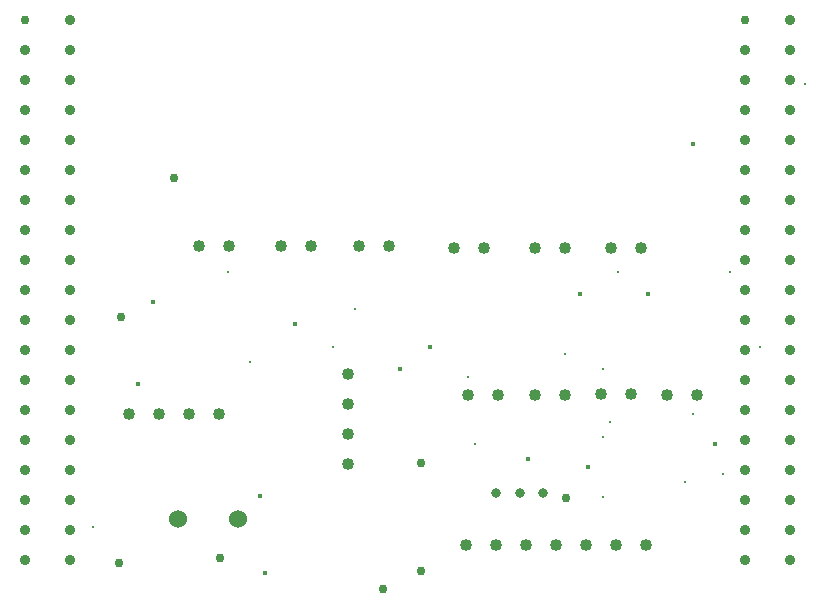
<source format=gbr>
G04 PROTEUS GERBER X2 FILE*
%TF.GenerationSoftware,Labcenter,Proteus,8.12-SP0-Build30713*%
%TF.CreationDate,2021-08-06T04:24:26+00:00*%
%TF.FileFunction,Plated,1,2,PTH*%
%TF.FilePolarity,Positive*%
%TF.Part,Single*%
%TF.SameCoordinates,{793229e0-97f6-4af7-a571-5be770182b8e}*%
%FSLAX45Y45*%
%MOMM*%
G01*
%TA.AperFunction,ViaDrill*%
%ADD80C,0.381000*%
%ADD81C,0.254000*%
%TA.AperFunction,ComponentDrill*%
%ADD82C,0.762000*%
%ADD83C,0.889000*%
%TA.AperFunction,ComponentDrill*%
%ADD84C,1.524000*%
%TA.AperFunction,ComponentDrill*%
%ADD85C,1.016000*%
%TA.AperFunction,ComponentDrill*%
%ADD86C,0.812800*%
%TD.AperFunction*%
D80*
X+2291905Y+192055D03*
X+2547500Y+2301500D03*
X+1214000Y+1793500D03*
X+3690500Y+2111000D03*
X+5024000Y+1095000D03*
X+5913000Y+3825500D03*
X+1341000Y+2492000D03*
X+4960500Y+2555500D03*
X+4516000Y+1158500D03*
X+3436500Y+1920500D03*
X+6103500Y+1285500D03*
X+5532000Y+2555500D03*
X+2252372Y+850938D03*
D81*
X+5913000Y+1539500D03*
X+4008000Y+1857000D03*
X+4833500Y+2047500D03*
X+5151000Y+1920500D03*
X+5849500Y+968000D03*
X+5151000Y+1349000D03*
X+5151000Y+841000D03*
X+6484500Y+2111000D03*
X+6167000Y+1031500D03*
X+6230500Y+2746000D03*
X+5278000Y+2746000D03*
X+6865500Y+4333500D03*
X+1976000Y+2746000D03*
X+833000Y+587000D03*
X+2166500Y+1984000D03*
X+3055500Y+2428500D03*
X+4071500Y+1285500D03*
X+2865000Y+2111000D03*
X+5214500Y+1476000D03*
D82*
X+260000Y+4876000D03*
D83*
X+641000Y+4876000D03*
X+260000Y+4622000D03*
X+641000Y+4622000D03*
X+260000Y+4368000D03*
X+641000Y+4368000D03*
X+260000Y+4114000D03*
X+641000Y+4114000D03*
X+260000Y+3860000D03*
X+641000Y+3860000D03*
X+260000Y+3606000D03*
X+641000Y+3606000D03*
X+260000Y+3352000D03*
X+641000Y+3352000D03*
X+260000Y+3098000D03*
X+641000Y+3098000D03*
X+260000Y+2844000D03*
X+641000Y+2844000D03*
X+260000Y+2590000D03*
X+641000Y+2590000D03*
X+260000Y+2336000D03*
X+641000Y+2336000D03*
X+260000Y+2082000D03*
X+641000Y+2082000D03*
X+260000Y+1828000D03*
X+641000Y+1828000D03*
X+260000Y+1574000D03*
X+641000Y+1574000D03*
X+260000Y+1320000D03*
X+641000Y+1320000D03*
X+260000Y+1066000D03*
X+641000Y+1066000D03*
X+260000Y+812000D03*
X+641000Y+812000D03*
X+260000Y+558000D03*
X+641000Y+558000D03*
X+260000Y+304000D03*
X+641000Y+304000D03*
D82*
X+6356000Y+4880000D03*
D83*
X+6737000Y+4880000D03*
X+6356000Y+4626000D03*
X+6737000Y+4626000D03*
X+6356000Y+4372000D03*
X+6737000Y+4372000D03*
X+6356000Y+4118000D03*
X+6737000Y+4118000D03*
X+6356000Y+3864000D03*
X+6737000Y+3864000D03*
X+6356000Y+3610000D03*
X+6737000Y+3610000D03*
X+6356000Y+3356000D03*
X+6737000Y+3356000D03*
X+6356000Y+3102000D03*
X+6737000Y+3102000D03*
X+6356000Y+2848000D03*
X+6737000Y+2848000D03*
X+6356000Y+2594000D03*
X+6737000Y+2594000D03*
X+6356000Y+2340000D03*
X+6737000Y+2340000D03*
X+6356000Y+2086000D03*
X+6737000Y+2086000D03*
X+6356000Y+1832000D03*
X+6737000Y+1832000D03*
X+6356000Y+1578000D03*
X+6737000Y+1578000D03*
X+6356000Y+1324000D03*
X+6737000Y+1324000D03*
X+6356000Y+1070000D03*
X+6737000Y+1070000D03*
X+6356000Y+816000D03*
X+6737000Y+816000D03*
X+6356000Y+562000D03*
X+6737000Y+562000D03*
X+6356000Y+308000D03*
X+6737000Y+308000D03*
D82*
X+1060000Y+280000D03*
X+1520000Y+3540000D03*
X+1070000Y+2360000D03*
D84*
X+1560000Y+650000D03*
X+2068000Y+650000D03*
D82*
X+1910000Y+320000D03*
X+3290000Y+60000D03*
X+3610000Y+210000D03*
D85*
X+5520000Y+430000D03*
X+5266000Y+430000D03*
X+5012000Y+430000D03*
X+4758000Y+430000D03*
X+4504000Y+430000D03*
X+4250000Y+430000D03*
X+3996000Y+430000D03*
X+2992000Y+1880000D03*
X+2992000Y+1626000D03*
X+2992000Y+1372000D03*
X+2992000Y+1118000D03*
D82*
X+3610000Y+1130000D03*
D85*
X+1138000Y+1540000D03*
X+1392000Y+1540000D03*
X+1646000Y+1540000D03*
X+1900000Y+1540000D03*
X+4010000Y+1700000D03*
X+4264000Y+1700000D03*
X+4580000Y+1700000D03*
X+4834000Y+1700000D03*
X+5140000Y+1710000D03*
X+5394000Y+1710000D03*
X+5700000Y+1700000D03*
X+5954000Y+1700000D03*
D86*
X+4250000Y+870000D03*
X+4450000Y+870000D03*
X+4650000Y+870000D03*
D82*
X+4840000Y+830000D03*
D85*
X+1736000Y+2960000D03*
X+1990000Y+2960000D03*
X+3890000Y+2950000D03*
X+4144000Y+2950000D03*
X+4580000Y+2950000D03*
X+4834000Y+2950000D03*
X+2430000Y+2960000D03*
X+2684000Y+2960000D03*
X+3090000Y+2960000D03*
X+3344000Y+2960000D03*
X+5220000Y+2950000D03*
X+5474000Y+2950000D03*
M02*

</source>
